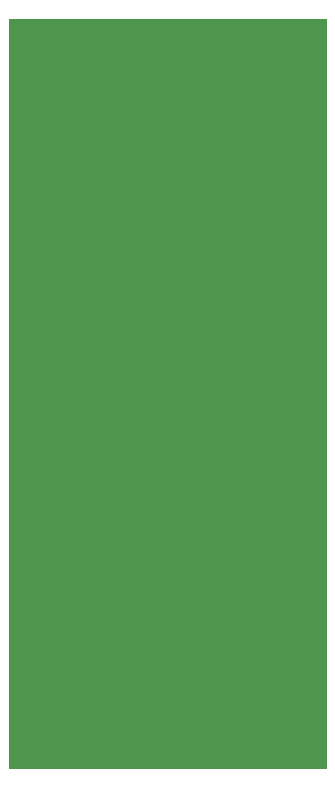
<source format=gbr>
G04 DipTrace 2.4.0.2*
%INBoard.gbr*%
%MOMM*%
%ADD11C,0.14*%
%FSLAX53Y53*%
G04*
G71*
G90*
G75*
G01*
%LNBoardPoly*%
%LPD*%
G36*
X0Y63500D2*
D11*
X26924D1*
Y0D1*
X0D1*
Y63500D1*
G37*
M02*

</source>
